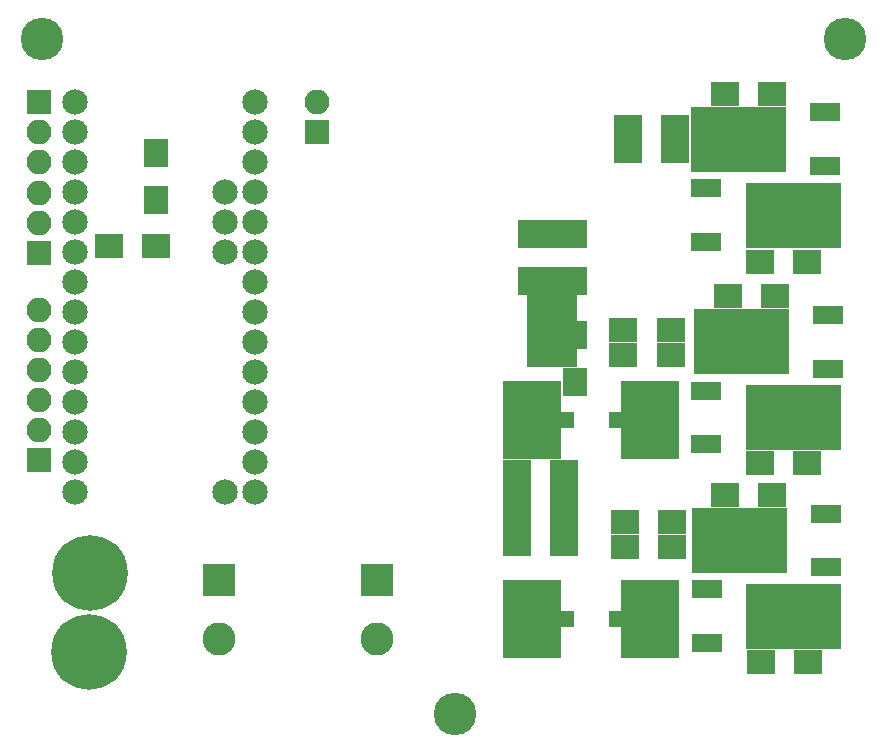
<source format=gbr>
G04 #@! TF.FileFunction,Soldermask,Bot*
%FSLAX46Y46*%
G04 Gerber Fmt 4.6, Leading zero omitted, Abs format (unit mm)*
G04 Created by KiCad (PCBNEW 4.0.4-stable) date 08/15/17 16:15:30*
%MOMM*%
%LPD*%
G01*
G04 APERTURE LIST*
%ADD10C,0.100000*%
%ADD11R,1.670000X1.670000*%
%ADD12R,2.600000X1.600000*%
%ADD13R,2.000000X2.400000*%
%ADD14R,2.400000X2.000000*%
%ADD15R,2.100000X2.100000*%
%ADD16O,2.100000X2.100000*%
%ADD17C,6.399480*%
%ADD18R,2.400000X2.100000*%
%ADD19C,2.150000*%
%ADD20R,5.000000X6.600000*%
%ADD21R,2.400000X1.400000*%
%ADD22R,2.800000X2.800000*%
%ADD23C,2.800000*%
%ADD24C,3.600000*%
G04 APERTURE END LIST*
D10*
D11*
X69913500Y47307500D03*
X69913500Y46037500D03*
X69913500Y44767500D03*
X69913500Y43497500D03*
X68643500Y47307500D03*
X68643500Y46037500D03*
X67373500Y46037500D03*
X67373500Y47307500D03*
X66103500Y47307500D03*
X66103500Y46037500D03*
X64833500Y46037500D03*
X64833500Y47307500D03*
X63563500Y47307500D03*
X63563500Y46037500D03*
X66103500Y44767500D03*
X67373500Y44767500D03*
X68643500Y44767500D03*
X68643500Y43497500D03*
X67373500Y43497500D03*
X66103500Y43497500D03*
X64833500Y43497500D03*
X64833500Y44767500D03*
X63563500Y44767500D03*
X63563500Y43497500D03*
D12*
X59363500Y43122500D03*
X59363500Y47682500D03*
D11*
X69913500Y30162500D03*
X69913500Y28892500D03*
X69913500Y27622500D03*
X69913500Y26352500D03*
X68643500Y30162500D03*
X68643500Y28892500D03*
X67373500Y28892500D03*
X67373500Y30162500D03*
X66103500Y30162500D03*
X66103500Y28892500D03*
X64833500Y28892500D03*
X64833500Y30162500D03*
X63563500Y30162500D03*
X63563500Y28892500D03*
X66103500Y27622500D03*
X67373500Y27622500D03*
X68643500Y27622500D03*
X68643500Y26352500D03*
X67373500Y26352500D03*
X66103500Y26352500D03*
X64833500Y26352500D03*
X64833500Y27622500D03*
X63563500Y27622500D03*
X63563500Y26352500D03*
D12*
X59363500Y25977500D03*
X59363500Y30537500D03*
D13*
X12827000Y50641000D03*
X12827000Y46641000D03*
D14*
X47339000Y23622000D03*
X43339000Y23622000D03*
X47339000Y21590000D03*
X43339000Y21590000D03*
X47339000Y19558000D03*
X43339000Y19558000D03*
X47339000Y17526000D03*
X43339000Y17526000D03*
D13*
X48260000Y31274000D03*
X48260000Y35274000D03*
X48260000Y43783000D03*
X48260000Y39783000D03*
X46355000Y43783000D03*
X46355000Y39783000D03*
X44450000Y43783000D03*
X44450000Y39783000D03*
D15*
X2921000Y24638000D03*
D16*
X2921000Y27178000D03*
X2921000Y29718000D03*
X2921000Y32258000D03*
X2921000Y34798000D03*
X2921000Y37338000D03*
D17*
X7112000Y8382000D03*
X7239000Y15113000D03*
D15*
X26416000Y52451000D03*
D16*
X26416000Y54991000D03*
D15*
X2921000Y54991000D03*
D16*
X2921000Y52451000D03*
X2921000Y49911000D03*
D15*
X2921000Y42164000D03*
D16*
X2921000Y44704000D03*
X2921000Y47244000D03*
D11*
X58928000Y49911000D03*
X58928000Y51181000D03*
X58928000Y52451000D03*
X58928000Y53721000D03*
X60198000Y49911000D03*
X60198000Y51181000D03*
X61468000Y51181000D03*
X61468000Y49911000D03*
X62738000Y49911000D03*
X62738000Y51181000D03*
X64008000Y51181000D03*
X64008000Y49911000D03*
X65278000Y49911000D03*
X65278000Y51181000D03*
X62738000Y52451000D03*
X61468000Y52451000D03*
X60198000Y52451000D03*
X60198000Y53721000D03*
X61468000Y53721000D03*
X62738000Y53721000D03*
X64008000Y53721000D03*
X64008000Y52451000D03*
X65278000Y52451000D03*
X65278000Y53721000D03*
D12*
X69478000Y54096000D03*
X69478000Y49536000D03*
D11*
X59182000Y32766000D03*
X59182000Y34036000D03*
X59182000Y35306000D03*
X59182000Y36576000D03*
X60452000Y32766000D03*
X60452000Y34036000D03*
X61722000Y34036000D03*
X61722000Y32766000D03*
X62992000Y32766000D03*
X62992000Y34036000D03*
X64262000Y34036000D03*
X64262000Y32766000D03*
X65532000Y32766000D03*
X65532000Y34036000D03*
X62992000Y35306000D03*
X61722000Y35306000D03*
X60452000Y35306000D03*
X60452000Y36576000D03*
X61722000Y36576000D03*
X62992000Y36576000D03*
X64262000Y36576000D03*
X64262000Y35306000D03*
X65532000Y35306000D03*
X65532000Y36576000D03*
D12*
X69732000Y36951000D03*
X69732000Y32391000D03*
D11*
X58991500Y15938500D03*
X58991500Y17208500D03*
X58991500Y18478500D03*
X58991500Y19748500D03*
X60261500Y15938500D03*
X60261500Y17208500D03*
X61531500Y17208500D03*
X61531500Y15938500D03*
X62801500Y15938500D03*
X62801500Y17208500D03*
X64071500Y17208500D03*
X64071500Y15938500D03*
X65341500Y15938500D03*
X65341500Y17208500D03*
X62801500Y18478500D03*
X61531500Y18478500D03*
X60261500Y18478500D03*
X60261500Y19748500D03*
X61531500Y19748500D03*
X62801500Y19748500D03*
X64071500Y19748500D03*
X64071500Y18478500D03*
X65341500Y18478500D03*
X65341500Y19748500D03*
D12*
X69541500Y20123500D03*
X69541500Y15563500D03*
D11*
X69977000Y13335000D03*
X69977000Y12065000D03*
X69977000Y10795000D03*
X69977000Y9525000D03*
X68707000Y13335000D03*
X68707000Y12065000D03*
X67437000Y12065000D03*
X67437000Y13335000D03*
X66167000Y13335000D03*
X66167000Y12065000D03*
X64897000Y12065000D03*
X64897000Y13335000D03*
X63627000Y13335000D03*
X63627000Y12065000D03*
X66167000Y10795000D03*
X67437000Y10795000D03*
X68707000Y10795000D03*
X68707000Y9525000D03*
X67437000Y9525000D03*
X66167000Y9525000D03*
X64897000Y9525000D03*
X64897000Y10795000D03*
X63627000Y10795000D03*
X63627000Y9525000D03*
D12*
X59427000Y9150000D03*
X59427000Y13710000D03*
D18*
X12795000Y42799000D03*
X8795000Y42799000D03*
X64928500Y55689500D03*
X60928500Y55689500D03*
X67913000Y41465500D03*
X63913000Y41465500D03*
X56737000Y50800000D03*
X52737000Y50800000D03*
X52737000Y52832000D03*
X56737000Y52832000D03*
X65182500Y38544500D03*
X61182500Y38544500D03*
X67913000Y24447500D03*
X63913000Y24447500D03*
X56356000Y33528000D03*
X52356000Y33528000D03*
X52356000Y35687000D03*
X56356000Y35687000D03*
X64928500Y21717000D03*
X60928500Y21717000D03*
X67976500Y7556500D03*
X63976500Y7556500D03*
X56483000Y17272000D03*
X52483000Y17272000D03*
X52483000Y19431000D03*
X56483000Y19431000D03*
D19*
X18669000Y42291000D03*
X18669000Y44831000D03*
X18669000Y47371000D03*
X18669000Y21971000D03*
X5969000Y52451000D03*
X5969000Y49911000D03*
X5969000Y47371000D03*
X5969000Y44831000D03*
X5969000Y42291000D03*
X5969000Y39751000D03*
X5969000Y37211000D03*
X5969000Y34671000D03*
X5969000Y32131000D03*
X5969000Y29591000D03*
X5969000Y27051000D03*
X5969000Y24511000D03*
X5969000Y21971000D03*
X21209000Y21971000D03*
X21209000Y24511000D03*
X21209000Y27051000D03*
X21209000Y29591000D03*
X21209000Y32131000D03*
X21209000Y34671000D03*
X21209000Y37211000D03*
X21209000Y39751000D03*
X21209000Y42291000D03*
X21209000Y44831000D03*
X21209000Y47371000D03*
X21209000Y49911000D03*
X21209000Y52451000D03*
X21209000Y54991000D03*
X5969000Y54991000D03*
D11*
X47561500Y33401000D03*
X47561500Y34671000D03*
X46291500Y34671000D03*
X46291500Y33401000D03*
X45021500Y33401000D03*
X45021500Y34671000D03*
X45021500Y39751000D03*
X45021500Y38481000D03*
X46291500Y38481000D03*
X46291500Y39751000D03*
X47561500Y39751000D03*
X47561500Y38481000D03*
X47561500Y35941000D03*
X47561500Y37211000D03*
X45021500Y37211000D03*
X45021500Y35941000D03*
X46291500Y35941000D03*
X46291500Y37211000D03*
D20*
X54657000Y28067000D03*
X44657000Y28067000D03*
D21*
X52312000Y28067000D03*
X47002000Y28067000D03*
D20*
X54657000Y11176000D03*
X44657000Y11176000D03*
D21*
X52312000Y11176000D03*
X47002000Y11176000D03*
D22*
X18161000Y14478000D03*
D23*
X18161000Y9478000D03*
D22*
X31496000Y14478000D03*
D23*
X31496000Y9478000D03*
D24*
X71120000Y60325000D03*
X3175000Y60325000D03*
X38100000Y3175000D03*
M02*

</source>
